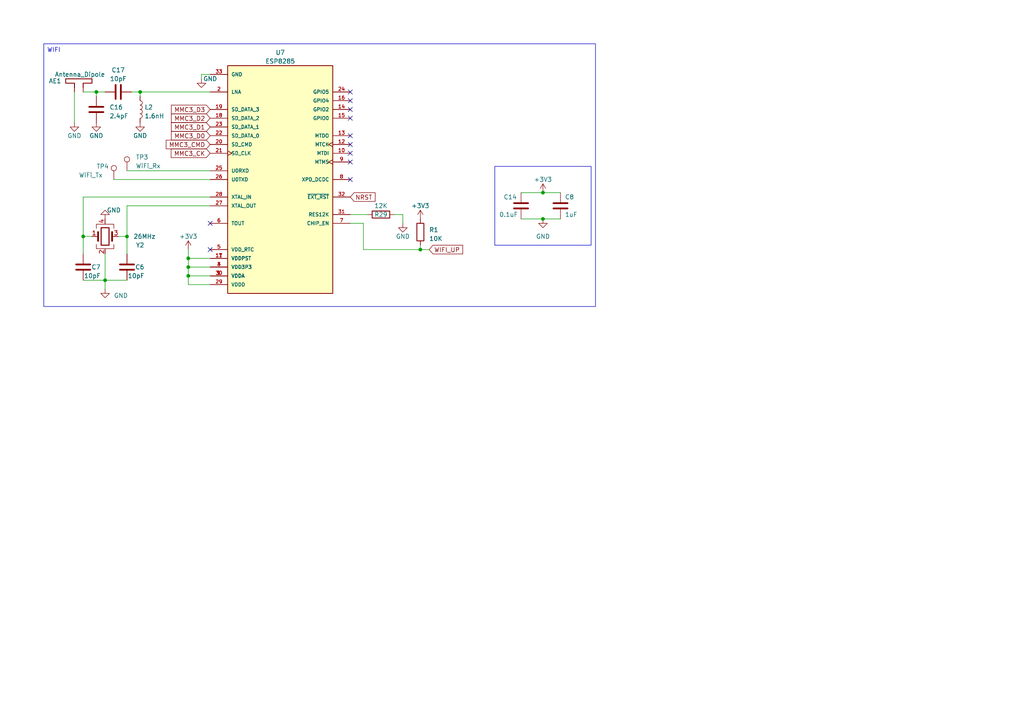
<source format=kicad_sch>
(kicad_sch (version 20230121) (generator eeschema)
  (paper "A4")
  (lib_symbols
    (symbol "Connector:TestPoint" (pin_numbers hide) (pin_names (offset 0.762) hide)
      (property "Reference" "TP" (at 0 6.858 0))
      (property "Value" "TestPoint" (at 0 5.08 0))
      (symbol "TestPoint_0_1"
        (circle (center 0 3.302) (radius 0.762))
      )
      (symbol "TestPoint_1_1"
        (pin passive line (at 0 0 90) (length 2.54) (name "1") (number "1"))
      )
    )
    (symbol "Device:C" (pin_numbers hide) (pin_names (offset 0.254))
      (property "Reference" "C" (at 0.635 2.54 0))
      (property "Value" "C" (at 0.635 -2.54 0))
      (symbol "C_0_1"
        (polyline (pts (xy -2.032 -0.762) (xy 2.032 -0.762)) (stroke (width 0.508)))
        (polyline (pts (xy -2.032 0.762) (xy 2.032 0.762)) (stroke (width 0.508)))
      )
      (symbol "C_1_1"
        (pin passive line (at 0 3.81 270) (length 2.794) (name "~") (number "1"))
        (pin passive line (at 0 -3.81 90) (length 2.794) (name "~") (number "2"))
      )
    )
    (symbol "Device:Crystal_GND24" (pin_names (offset 1.016) hide)
      (property "Reference" "Y" (at 3.175 5.08 0))
      (property "Value" "Crystal_GND24" (at 3.175 3.175 0))
      (symbol "Crystal_GND24_0_1"
        (rectangle (start -1.143 2.54) (end 1.143 -2.54) (stroke (width 0.3048)))
        (polyline (pts (xy -2.54 0) (xy -2.032 0)))
        (polyline (pts (xy -2.032 -1.27) (xy -2.032 1.27)) (stroke (width 0.508)))
        (polyline (pts (xy 0 -3.81) (xy 0 -3.556)))
        (polyline (pts (xy 0 3.556) (xy 0 3.81)))
        (polyline (pts (xy 2.032 -1.27) (xy 2.032 1.27)) (stroke (width 0.508)))
        (polyline (pts (xy 2.032 0) (xy 2.54 0)))
        (polyline (pts (xy -2.54 -2.286) (xy -2.54 -3.556) (xy 2.54 -3.556) (xy 2.54 -2.286)))
        (polyline (pts (xy -2.54 2.286) (xy -2.54 3.556) (xy 2.54 3.556) (xy 2.54 2.286)))
      )
      (symbol "Crystal_GND24_1_1"
        (pin passive line (at -3.81 0 0) (length 1.27) (name "1") (number "1"))
        (pin passive line (at 0 5.08 270) (length 1.27) (name "2") (number "2"))
        (pin passive line (at 3.81 0 180) (length 1.27) (name "3") (number "3"))
        (pin passive line (at 0 -5.08 90) (length 1.27) (name "4") (number "4"))
      )
    )
    (symbol "Device:L" (pin_numbers hide) (pin_names (offset 1.016) hide)
      (property "Reference" "L" (at -1.27 0 90))
      (property "Value" "L" (at 1.905 0 90))
      (symbol "L_0_1"
        (arc (start 0 -2.54) (mid 0.6323 -1.905) (end 0 -1.27))
        (arc (start 0 -1.27) (mid 0.6323 -0.635) (end 0 0))
        (arc (start 0 0) (mid 0.6323 0.635) (end 0 1.27))
        (arc (start 0 1.27) (mid 0.6323 1.905) (end 0 2.54))
      )
      (symbol "L_1_1"
        (pin passive line (at 0 3.81 270) (length 1.27) (name "1") (number "1"))
        (pin passive line (at 0 -3.81 90) (length 1.27) (name "2") (number "2"))
      )
    )
    (symbol "Device:R" (pin_numbers hide) (pin_names (offset 0))
      (property "Reference" "R" (at 2.032 0 90))
      (property "Value" "R" (at 0 0 90))
      (symbol "R_0_1"
        (rectangle (start -1.016 -2.54) (end 1.016 2.54) (stroke (width 0.254)))
      )
      (symbol "R_1_1"
        (pin passive line (at 0 3.81 270) (length 1.27) (name "~") (number "1"))
        (pin passive line (at 0 -3.81 90) (length 1.27) (name "~") (number "2"))
      )
    )
    (symbol "antenna:Antenna_Dipole" (pin_numbers hide) (pin_names (offset 1.016) hide)
      (property "Reference" "AE1" (at 6.35 -1.905 0))
      (property "Value" "Antenna_Dipole" (at 6.35 0 0))
      (symbol "Antenna_Dipole_0_1"
        (polyline (pts (xy 2.54 -3.81) (xy 2.54 -2.54) (xy 5.08 -2.54) (xy 5.08 -1.27) (xy -2.54 -1.27) (xy -2.54 -2.54) (xy 0 -2.54) (xy 0 -3.81)) (stroke (width 0.254)))
      )
      (symbol "Antenna_Dipole_1_1"
        (pin input line (at 0 -5.08 90) (length 2.54) (name "1") (number "1"))
        (pin input line (at 2.54 -5.08 90) (length 2.54) (name "2") (number "2"))
      )
    )
    (symbol "components:ESP8285" (pin_names (offset 1.016))
      (property "Reference" "U" (at -15.24 34.29 0))
      (property "Value" "ESP8285" (at -15.24 -34.29 0))
      (symbol "ESP8285_0_0"
        (rectangle (start -15.24 -33.02) (end 15.24 33.02) (stroke (width 0.254)) (fill (type background)))
        (pin power_in line (at 20.32 27.94 180) (length 5.08) (name "VDDA") (number "1"))
        (pin bidirectional line (at -20.32 -7.62 0) (length 5.08) (name "MTDI") (number "10"))
        (pin power_in line (at 20.32 22.86 180) (length 5.08) (name "VDDPST") (number "11"))
        (pin bidirectional clock (at -20.32 -10.16 0) (length 5.08) (name "MTCK") (number "12"))
        (pin bidirectional line (at -20.32 -12.7 0) (length 5.08) (name "MTDO") (number "13"))
        (pin bidirectional line (at -20.32 -20.32 0) (length 5.08) (name "GPIO2") (number "14"))
        (pin bidirectional line (at -20.32 -17.78 0) (length 5.08) (name "GPIO0") (number "15"))
        (pin bidirectional line (at -20.32 -22.86 0) (length 5.08) (name "GPIO4") (number "16"))
        (pin power_in line (at 20.32 22.86 180) (length 5.08) (name "VDDPST") (number "17"))
        (pin bidirectional line (at 20.32 -17.78 180) (length 5.08) (name "SD_DATA_2") (number "18"))
        (pin bidirectional line (at 20.32 -20.32 180) (length 5.08) (name "SD_DATA_3") (number "19"))
        (pin bidirectional line (at 20.32 -25.4 180) (length 5.08) (name "LNA") (number "2"))
        (pin bidirectional line (at 20.32 -10.16 180) (length 5.08) (name "SD_CMD") (number "20"))
        (pin bidirectional clock (at 20.32 -7.62 180) (length 5.08) (name "SD_CLK") (number "21"))
        (pin bidirectional line (at 20.32 -12.7 180) (length 5.08) (name "SD_DATA_0") (number "22"))
        (pin bidirectional line (at 20.32 -15.24 180) (length 5.08) (name "SD_DATA_1") (number "23"))
        (pin bidirectional line (at -20.32 -25.4 0) (length 5.08) (name "GPIO5") (number "24"))
        (pin bidirectional line (at 20.32 -2.54 180) (length 5.08) (name "U0RXD") (number "25"))
        (pin bidirectional line (at 20.32 0 180) (length 5.08) (name "U0TXD") (number "26"))
        (pin output line (at 20.32 7.62 180) (length 5.08) (name "XTAL_OUT") (number "27"))
        (pin input line (at 20.32 5.08 180) (length 5.08) (name "XTAL_IN") (number "28"))
        (pin power_in line (at 20.32 30.48 180) (length 5.08) (name "VDDD") (number "29"))
        (pin power_in line (at 20.32 25.4 180) (length 5.08) (name "VDD3P3") (number "3"))
        (pin power_in line (at 20.32 27.94 180) (length 5.08) (name "VDDA") (number "30"))
        (pin input line (at -20.32 10.16 0) (length 5.08) (name "RES12K") (number "31"))
        (pin input line (at -20.32 5.08 0) (length 5.08) (name "~{EXT_RST}") (number "32"))
        (pin power_in line (at 20.32 -30.48 180) (length 5.08) (name "GND") (number "33"))
        (pin power_in line (at 20.32 25.4 180) (length 5.08) (name "VDD3P3") (number "4"))
        (pin power_in line (at 20.32 20.32 180) (length 5.08) (name "VDD_RTC") (number "5"))
        (pin output line (at 20.32 12.7 180) (length 5.08) (name "TOUT") (number "6"))
        (pin input line (at -20.32 12.7 0) (length 5.08) (name "CHIP_EN") (number "7"))
        (pin bidirectional line (at -20.32 0 0) (length 5.08) (name "XPD_DCDC") (number "8"))
        (pin bidirectional clock (at -20.32 -5.08 0) (length 5.08) (name "MTMS") (number "9"))
      )
    )
    (symbol "power:+3V3" (power) (pin_names (offset 0))
      (property "Value" "+3V3" (at 0 3.556 0))
      (symbol "+3V3_0_1"
        (polyline (pts (xy -0.762 1.27) (xy 0 2.54)))
        (polyline (pts (xy 0 0) (xy 0 2.54)))
        (polyline (pts (xy 0 2.54) (xy 0.762 1.27)))
      )
      (symbol "+3V3_1_1"
        (pin power_in line (at 0 0 90) (length 0) hide (name "+3V3") (number "1"))
      )
    )
    (symbol "power:GND" (power) (pin_names (offset 0))
      (property "Value" "GND" (at 0 -3.81 0))
      (symbol "GND_0_1"
        (polyline (pts (xy 0 0) (xy 0 -1.27) (xy 1.27 -1.27) (xy 0 -2.54) (xy -1.27 -1.27) (xy 0 -1.27)))
      )
      (symbol "GND_1_1"
        (pin power_in line (at 0 0 270) (length 0) hide (name "GND") (number "1"))
      )
    )
  )
  (junction (at 40.64 26.67))
  (junction (at 27.94 26.67))
  (junction (at 54.61 77.47))
  (junction (at 54.61 74.93))
  (junction (at 121.92 72.39))
  (junction (at 157.48 55.88))
  (junction (at 157.48 63.5))
  (junction (at 36.83 68.58))
  (junction (at 24.13 68.58))
  (junction (at 30.48 81.28))
  (junction (at 54.61 80.01))
  (no_connect (at 101.6 31.75))
  (no_connect (at 101.6 34.29))
  (no_connect (at 101.6 41.91))
  (no_connect (at 101.6 26.67))
  (no_connect (at 101.6 44.45))
  (no_connect (at 60.96 72.39))
  (no_connect (at 101.6 46.99))
  (no_connect (at 60.96 64.77))
  (no_connect (at 101.6 29.21))
  (no_connect (at 101.6 52.07))
  (no_connect (at 101.6 39.37))
  (wire (pts (xy 116.84 62.23) (xy 114.3 62.23)))
  (wire (pts (xy 116.84 64.77) (xy 116.84 62.23)))
  (wire (pts (xy 54.61 77.47) (xy 60.96 77.47)))
  (wire (pts (xy 24.13 68.58) (xy 24.13 57.15)))
  (wire (pts (xy 27.94 26.67) (xy 24.13 26.67)))
  (wire (pts (xy 24.13 73.66) (xy 24.13 68.58)))
  (wire (pts (xy 60.96 80.01) (xy 54.61 80.01)))
  (wire (pts (xy 157.48 63.5) (xy 162.56 63.5)))
  (wire (pts (xy 105.41 72.39) (xy 121.92 72.39)))
  (wire (pts (xy 121.92 72.39) (xy 124.46 72.39)))
  (wire (pts (xy 34.29 68.58) (xy 36.83 68.58)))
  (wire (pts (xy 157.48 55.88) (xy 162.56 55.88)))
  (wire (pts (xy 54.61 80.01) (xy 54.61 77.47)))
  (wire (pts (xy 54.61 82.55) (xy 54.61 80.01)))
  (wire (pts (xy 54.61 74.93) (xy 60.96 74.93)))
  (wire (pts (xy 58.42 21.59) (xy 58.42 22.86)))
  (wire (pts (xy 24.13 81.28) (xy 30.48 81.28)))
  (wire (pts (xy 106.68 62.23) (xy 101.6 62.23)))
  (wire (pts (xy 105.41 72.39) (xy 105.41 64.77)))
  (wire (pts (xy 60.96 59.69) (xy 36.83 59.69)))
  (wire (pts (xy 36.83 49.53) (xy 60.96 49.53)))
  (wire (pts (xy 60.96 21.59) (xy 58.42 21.59)))
  (wire (pts (xy 36.83 73.66) (xy 36.83 68.58)))
  (wire (pts (xy 121.92 71.12) (xy 121.92 72.39)))
  (wire (pts (xy 54.61 77.47) (xy 54.61 74.93)))
  (wire (pts (xy 30.48 81.28) (xy 30.48 83.82)))
  (wire (pts (xy 21.59 35.56) (xy 21.59 26.67)))
  (wire (pts (xy 24.13 68.58) (xy 26.67 68.58)))
  (wire (pts (xy 36.83 68.58) (xy 36.83 59.69)))
  (wire (pts (xy 33.02 52.07) (xy 60.96 52.07)))
  (wire (pts (xy 27.94 26.67) (xy 27.94 27.94)))
  (wire (pts (xy 30.48 81.28) (xy 36.83 81.28)))
  (wire (pts (xy 151.13 63.5) (xy 157.48 63.5)))
  (wire (pts (xy 105.41 64.77) (xy 101.6 64.77)))
  (wire (pts (xy 40.64 26.67) (xy 60.96 26.67)))
  (wire (pts (xy 30.48 81.28) (xy 30.48 73.66)))
  (wire (pts (xy 38.1 26.67) (xy 40.64 26.67)))
  (wire (pts (xy 151.13 55.88) (xy 157.48 55.88)))
  (wire (pts (xy 54.61 74.93) (xy 54.61 72.39)))
  (wire (pts (xy 24.13 57.15) (xy 60.96 57.15)))
  (wire (pts (xy 60.96 82.55) (xy 54.61 82.55)))
  (wire (pts (xy 27.94 26.67) (xy 30.48 26.67)))
  (wire (pts (xy 40.64 26.67) (xy 40.64 27.94)))
  (text_box "" (at 143.51 48.26 0) (size 27.94 22.86) (effects (font (size 1.27 1.27)) (justify left top)))
  (text_box "WIFI" (at 12.7 12.7 0) (size 160.02 76.2) (effects (font (size 1.27 1.27)) (justify left top)))
  (global_label "MMC3_CK" (shape input) (at 60.96 44.45 180) (property "Intersheetrefs" "${INTERSHEET_REFS}" (effects hide)))
  (global_label "WIFI_UP" (shape input) (at 124.46 72.39 0) (property "Intersheetrefs" "${INTERSHEET_REFS}" (effects hide)))
  (global_label "MMC3_D3" (shape input) (at 60.96 31.75 180) (property "Intersheetrefs" "${INTERSHEET_REFS}" (effects hide)))
  (global_label "MMC3_D1" (shape input) (at 60.96 36.83 180) (property "Intersheetrefs" "${INTERSHEET_REFS}" (effects hide)))
  (global_label "MMC3_CMD" (shape input) (at 60.96 41.91 180) (property "Intersheetrefs" "${INTERSHEET_REFS}" (effects hide)))
  (global_label "MMC3_D0" (shape input) (at 60.96 39.37 180) (property "Intersheetrefs" "${INTERSHEET_REFS}" (effects hide)))
  (global_label "NRST" (shape input) (at 101.6 57.15 0) (property "Intersheetrefs" "${INTERSHEET_REFS}" (effects hide)))
  (global_label "MMC3_D2" (shape input) (at 60.96 34.29 180) (property "Intersheetrefs" "${INTERSHEET_REFS}" (effects hide)))
  (symbol (lib_id "power:GND") (at 157.48 63.5 0) (unit 1)
    (property "Reference" "#PWR094" (effects hide))
    (property "Value" "GND" (at 157.48 68.58 0))
  )
  (symbol (lib_id "power:+3V3") (at 121.92 63.5 0) (unit 1)
    (property "Reference" "#PWR081" (effects hide))
    (property "Value" "+3V3" (at 121.92 59.69 0))
  )
  (symbol (lib_id "power:GND") (at 116.84 64.77 0) (unit 1)
    (property "Reference" "#PWR082" (effects hide))
    (property "Value" "GND" (at 116.84 68.58 0))
  )
  (symbol (lib_id "Device:Crystal_GND24") (at 30.48 68.58 0) (mirror x) (unit 1)
    (property "Reference" "Y2" (at 40.64 71.12 0))
    (property "Value" "26MHz" (at 41.91 68.58 0))
    (property "Footprint" "Crystal:Crystal_SMD_3225-4Pin_3.2x2.5mm" (effects hide))
  )
  (symbol (lib_id "antenna:Antenna_Dipole") (at 24.13 21.59 0) (mirror y) (unit 1)
    (property "Reference" "AE1" (at 17.78 23.495 0) (effects (justify left)))
    (property "Value" "Antenna_Dipole" (at 30.48 21.59 0) (effects (justify left)))
    (property "Footprint" "RF_Antenna:Texas_SWRA117D_2.4GHz_Left" (effects hide))
  )
  (symbol (lib_id "power:GND") (at 27.94 35.56 0) (unit 1)
    (property "Reference" "#PWR083" (effects hide))
    (property "Value" "GND" (at 27.94 39.37 0))
  )
  (symbol (lib_id "Device:C") (at 34.29 26.67 270) (unit 1)
    (property "Reference" "C17" (at 34.29 20.32 90))
    (property "Value" "10pF" (at 34.29 22.86 90))
    (property "Footprint" "Capacitor_SMD:C_0805_2012Metric" (effects hide))
  )
  (symbol (lib_id "Device:C") (at 27.94 31.75 0) (unit 1)
    (property "Reference" "C16" (at 31.75 31.115 0) (effects (justify left)))
    (property "Value" "2.4pF" (at 31.75 33.655 0) (effects (justify left)))
    (property "Footprint" "Capacitor_SMD:C_0805_2012Metric" (effects hide))
  )
  (symbol (lib_id "Connector:TestPoint") (at 36.83 49.53 0) (unit 1)
    (property "Reference" "TP3" (at 39.37 45.593 0) (effects (justify left)))
    (property "Value" "WiFi_Rx" (at 39.37 48.133 0) (effects (justify left)))
    (property "Footprint" "TestPoint:TestPoint_Pad_D1.0mm" (effects hide))
  )
  (symbol (lib_id "Device:C") (at 162.56 59.69 0) (unit 1)
    (property "Reference" "C8" (at 163.83 57.15 0) (effects (justify left)))
    (property "Value" "1uF" (at 163.83 62.23 0) (effects (justify left)))
    (property "Footprint" "Capacitor_SMD:C_0805_2012Metric" (effects hide))
  )
  (symbol (lib_id "Device:C") (at 24.13 77.47 0) (mirror y) (unit 1)
    (property "Reference" "C7" (at 29.21 77.47 0) (effects (justify left)))
    (property "Value" "10pF" (at 29.21 80.01 0) (effects (justify left)))
    (property "Footprint" "Capacitor_SMD:C_0805_2012Metric" (effects hide))
  )
  (symbol (lib_id "Connector:TestPoint") (at 33.02 52.07 0) (unit 1)
    (property "Reference" "TP4" (at 27.94 48.26 0) (effects (justify left)))
    (property "Value" "WiFi_Tx" (at 22.86 50.8 0) (effects (justify left)))
    (property "Footprint" "TestPoint:TestPoint_Pad_D1.0mm" (effects hide))
  )
  (symbol (lib_id "power:+3V3") (at 54.61 72.39 0) (unit 1)
    (property "Reference" "#PWR024" (effects hide))
    (property "Value" "+3V3" (at 54.61 68.58 0))
  )
  (symbol (lib_id "power:GND") (at 40.64 35.56 0) (unit 1)
    (property "Reference" "#PWR084" (effects hide))
    (property "Value" "GND" (at 40.64 39.37 0))
  )
  (symbol (lib_id "components:ESP8285") (at 81.28 52.07 180) (unit 1)
    (property "Reference" "U7" (at 81.28 15.24 0))
    (property "Value" "ESP8285" (at 81.28 17.78 0))
    (property "Footprint" "components:QFN50P500X500X90-33N" (effects hide))
    (property "B_NOM" "0.25" (effects hide))
    (property "D_MAX" "5.05" (effects hide))
    (property "PIN_COUNT_D" "8.0" (effects hide))
    (property "B_MAX" "0.3" (effects hide))
    (property "ENOM" "0.5" (effects hide))
    (property "D_NOM" "5.0" (effects hide))
    (property "L_MAX" "0.45" (effects hide))
    (property "A_MAX" "0.9" (effects hide))
    (property "E2_NOM" "3.7" (effects hide))
    (property "D2_NOM" "3.7" (effects hide))
    (property "PARTREV" "2.0" (effects hide))
    (property "E_NOM" "5.0" (effects hide))
    (property "B_MIN" "0.2" (effects hide))
    (property "STANDARD" "IPC 7351B" (effects hide))
    (property "L_NOM" "0.4" (effects hide))
    (property "MANUFACTURER" "Espressif" (effects hide))
    (property "PIN_COUNT_E" "8.0" (effects hide))
    (property "E_MIN" "4.95" (effects hide))
    (property "D_MIN" "4.95" (effects hide))
    (property "L_MIN" "0.35" (effects hide))
    (property "E_MAX" "5.05" (effects hide))
  )
  (symbol (lib_id "power:GND") (at 30.48 63.5 0) (mirror x) (unit 1)
    (property "Reference" "#PWR0117" (effects hide))
    (property "Value" "GND" (at 33.02 60.96 0))
  )
  (symbol (lib_id "Device:C") (at 151.13 59.69 0) (unit 1)
    (property "Reference" "C14" (at 146.05 57.15 0) (effects (justify left)))
    (property "Value" "0.1uF" (at 144.78 62.23 0) (effects (justify left)))
    (property "Footprint" "Capacitor_SMD:C_0805_2012Metric" (effects hide))
  )
  (symbol (lib_id "Device:C") (at 36.83 77.47 0) (mirror y) (unit 1)
    (property "Reference" "C6" (at 41.91 77.47 0) (effects (justify left)))
    (property "Value" "10pF" (at 41.91 80.01 0) (effects (justify left)))
    (property "Footprint" "Capacitor_SMD:C_0805_2012Metric" (effects hide))
  )
  (symbol (lib_id "power:GND") (at 21.59 35.56 0) (unit 1)
    (property "Reference" "#PWR088" (effects hide))
    (property "Value" "GND" (at 21.59 39.37 0))
  )
  (symbol (lib_id "Device:L") (at 40.64 31.75 0) (unit 1)
    (property "Reference" "L2" (at 41.91 31.115 0) (effects (justify left)))
    (property "Value" "1.6nH" (at 41.91 33.655 0) (effects (justify left)))
    (property "Footprint" "Inductor_SMD:L_0603_1608Metric_Pad1.05x0.95mm_HandSolder" (effects hide))
  )
  (symbol (lib_id "power:+3V3") (at 157.48 55.88 0) (unit 1)
    (property "Reference" "#PWR093" (effects hide))
    (property "Value" "+3V3" (at 157.48 52.07 0))
  )
  (symbol (lib_id "Device:R") (at 110.49 62.23 90) (unit 1)
    (property "Reference" "R29" (at 110.49 62.23 90))
    (property "Value" "12K" (at 110.49 59.69 90))
    (property "Footprint" "Resistor_SMD:R_1206_3216Metric" (effects hide))
  )
  (symbol (lib_id "Device:R") (at 121.92 67.31 0) (unit 1)
    (property "Reference" "R1" (at 124.46 66.675 0) (effects (justify left)))
    (property "Value" "10K" (at 124.46 69.215 0) (effects (justify left)))
    (property "Footprint" "Resistor_SMD:R_1206_3216Metric" (effects hide))
  )
  (symbol (lib_id "power:GND") (at 58.42 22.86 0) (unit 1)
    (property "Reference" "#PWR026" (effects hide))
    (property "Value" "GND" (at 60.96 22.86 0))
  )
  (symbol (lib_id "power:GND") (at 30.48 83.82 0) (mirror y) (unit 1)
    (property "Reference" "#PWR025" (effects hide))
    (property "Value" "GND" (at 33.02 85.725 0) (effects (justify right)))
  )
)
</source>
